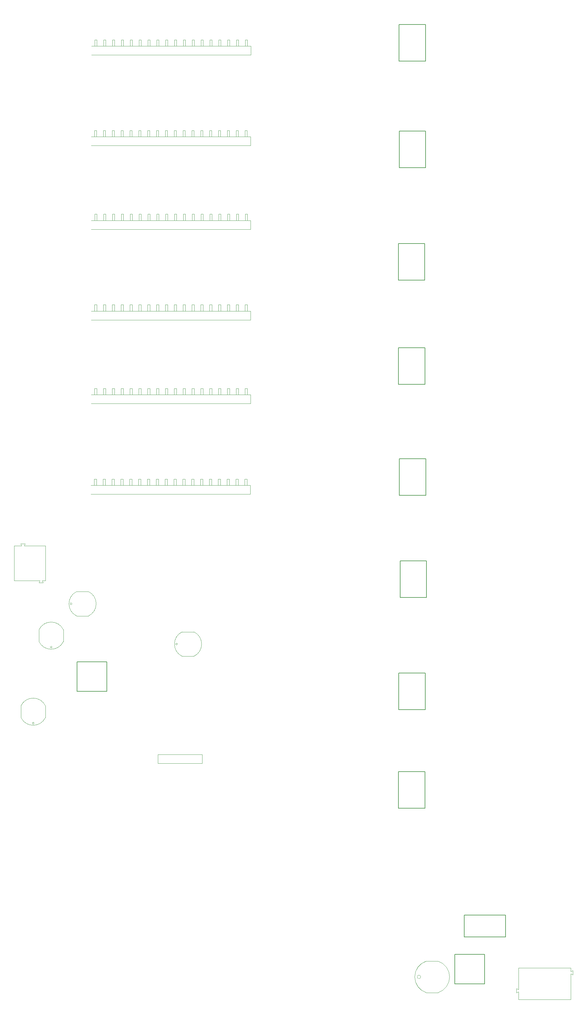
<source format=gbr>
%TF.GenerationSoftware,Altium Limited,Altium Designer,24.10.1 (45)*%
G04 Layer_Color=32768*
%FSLAX43Y43*%
%MOMM*%
%TF.SameCoordinates,766D9AF5-BA92-4156-BEB6-FD46E2A8267A*%
%TF.FilePolarity,Positive*%
%TF.FileFunction,Other,Top_3D_Body*%
%TF.Part,Single*%
G01*
G75*
%TA.AperFunction,NonConductor*%
%ADD81C,0.200*%
%ADD100C,0.100*%
D81*
X134608Y24072D02*
X146458D01*
Y17822D02*
Y24072D01*
X134608Y17822D02*
X146458D01*
X134608D02*
Y24072D01*
X115753Y186764D02*
X123353D01*
Y176264D02*
Y186764D01*
X115753Y176264D02*
X123353D01*
X115753D02*
Y186764D01*
X115700Y216644D02*
X123300D01*
Y206144D02*
Y216644D01*
X115700Y206144D02*
X123300D01*
X115700D02*
Y216644D01*
X115890Y279483D02*
X123490D01*
Y268983D02*
Y279483D01*
X115890Y268983D02*
X123490D01*
X115890D02*
Y279483D01*
X115962Y248918D02*
X123562D01*
Y238418D02*
Y248918D01*
X115962Y238418D02*
X123562D01*
X115962D02*
Y248918D01*
X115774Y54695D02*
Y65195D01*
Y54695D02*
X123374D01*
Y65195D01*
X115774D02*
X123374D01*
X115844Y93465D02*
X123444D01*
Y82965D02*
Y93465D01*
X115844Y82965D02*
X123444D01*
X115844D02*
Y93465D01*
X116014Y154959D02*
X123614D01*
Y144459D02*
Y154959D01*
X116014Y144459D02*
X123614D01*
X116014D02*
Y154959D01*
X116216Y125654D02*
X123816D01*
Y115154D02*
Y125654D01*
X116216Y115154D02*
X123816D01*
X116216D02*
Y125654D01*
X140425Y4325D02*
Y12825D01*
X131925Y4325D02*
X140425D01*
X131925D02*
Y12825D01*
X140425D01*
X23560Y96709D02*
X32060D01*
Y88209D02*
Y96709D01*
X23560Y88209D02*
X32060D01*
X23560D02*
Y96709D01*
D100*
X23425Y116850D02*
G03*
X23425Y109850I1684J-3500D01*
G01*
X26825D02*
G03*
X26825Y116850I-1684J3500D01*
G01*
X22075Y113350D02*
G03*
X22075Y113350I-250J0D01*
G01*
X16370Y100909D02*
G03*
X16370Y100909I-250J0D01*
G01*
X19620Y105909D02*
G03*
X12620Y105909I-3500J-1684D01*
G01*
Y102509D02*
G03*
X19620Y102509I3500J1684D01*
G01*
X122125Y6325D02*
G03*
X122125Y6325I-500J0D01*
G01*
X123675Y10825D02*
G03*
X123675Y1825I1490J-4500D01*
G01*
X127175D02*
G03*
X127175Y10825I-1490J4500D01*
G01*
X52330Y101789D02*
G03*
X52330Y101789I-250J0D01*
G01*
X57080Y98289D02*
G03*
X57080Y105289I-1684J3500D01*
G01*
X53680D02*
G03*
X53680Y98289I1684J-3500D01*
G01*
X11210Y79099D02*
G03*
X11210Y79099I-250J0D01*
G01*
X14460Y84099D02*
G03*
X7460Y84099I-3500J-1684D01*
G01*
Y80699D02*
G03*
X14460Y80699I3500J1684D01*
G01*
X23425Y109850D02*
X26825D01*
X23425Y116850D02*
X26825D01*
X12620Y102509D02*
Y105909D01*
X19620Y102509D02*
Y105909D01*
X123675Y10825D02*
X127175D01*
X123675Y1825D02*
X127175D01*
X46772Y67537D02*
X59472D01*
X46772Y70077D02*
X59472D01*
Y67537D02*
Y70077D01*
X46772Y67537D02*
Y70077D01*
X165202Y7212D02*
X165803Y6962D01*
Y8162D01*
X165202Y7912D02*
X165803Y8162D01*
X165202Y7912D02*
Y8862D01*
Y-138D02*
Y7212D01*
X150202Y8862D02*
X165202D01*
X150202Y-138D02*
X165202D01*
X150202D02*
Y2012D01*
Y2712D02*
Y8862D01*
X149602Y1762D02*
Y2962D01*
Y1762D02*
X150202Y2012D01*
X149602Y2962D02*
X150202Y2712D01*
X54620Y223315D02*
Y225135D01*
X46360Y223315D02*
Y225135D01*
X47000Y223315D02*
Y225135D01*
X49540Y223315D02*
Y225135D01*
X48900Y223315D02*
Y225135D01*
X53980Y223315D02*
Y225135D01*
X52080Y223315D02*
Y225135D01*
X57160Y223315D02*
Y225135D01*
X59060Y223315D02*
Y225135D01*
X56520Y223315D02*
Y225135D01*
X51440Y223315D02*
Y225135D01*
X59700Y223315D02*
Y225135D01*
X61600Y223315D02*
Y225135D01*
X62240Y223315D02*
Y225135D01*
X64140Y223315D02*
Y225135D01*
X64780Y223315D02*
Y225135D01*
X38740Y223315D02*
Y225135D01*
X44460Y223315D02*
Y225135D01*
X41280Y223315D02*
Y225135D01*
X41920Y223315D02*
Y225135D01*
X38740D02*
X39380D01*
X43820Y223315D02*
Y225135D01*
X39380Y223315D02*
Y225135D01*
X73350Y220775D02*
Y223315D01*
X66680Y225135D02*
X67320D01*
Y223315D02*
Y225135D01*
X69220Y223315D02*
Y225135D01*
X69860D01*
Y223315D02*
Y225135D01*
X71760Y223315D02*
Y225135D01*
X72400D01*
Y223315D02*
Y225135D01*
X36200Y223315D02*
Y225135D01*
X36840Y223315D02*
Y225135D01*
X36200D02*
X36840D01*
X27630Y223315D02*
X73350D01*
X27630Y220775D02*
X73350D01*
X66680Y223315D02*
Y225135D01*
X43820D02*
X44460D01*
X46360D02*
X47000D01*
X41280D02*
X41920D01*
X48900D02*
X49540D01*
X53980D02*
X54620D01*
X51440D02*
X52080D01*
X34300Y223315D02*
Y225135D01*
X31120Y223315D02*
Y225135D01*
X31760D01*
X33660D02*
X34300D01*
X31760Y223315D02*
Y225135D01*
X28580Y223315D02*
Y225135D01*
X29220Y223315D02*
Y225135D01*
X33660Y223315D02*
Y225135D01*
X28580D02*
X29220D01*
X59060D02*
X59700D01*
X61600D02*
X62240D01*
X56520D02*
X57160D01*
X64140D02*
X64780D01*
X54580Y173315D02*
Y175135D01*
X46320Y173315D02*
Y175135D01*
X46960Y173315D02*
Y175135D01*
X49500Y173315D02*
Y175135D01*
X48860Y173315D02*
Y175135D01*
X53940Y173315D02*
Y175135D01*
X52040Y173315D02*
Y175135D01*
X57120Y173315D02*
Y175135D01*
X59020Y173315D02*
Y175135D01*
X56480Y173315D02*
Y175135D01*
X51400Y173315D02*
Y175135D01*
X59660Y173315D02*
Y175135D01*
X61560Y173315D02*
Y175135D01*
X62200Y173315D02*
Y175135D01*
X64100Y173315D02*
Y175135D01*
X64740Y173315D02*
Y175135D01*
X38700Y173315D02*
Y175135D01*
X44420Y173315D02*
Y175135D01*
X41240Y173315D02*
Y175135D01*
X41880Y173315D02*
Y175135D01*
X38700D02*
X39340D01*
X43780Y173315D02*
Y175135D01*
X39340Y173315D02*
Y175135D01*
X73310Y170775D02*
Y173315D01*
X66640Y175135D02*
X67280D01*
Y173315D02*
Y175135D01*
X69180Y173315D02*
Y175135D01*
X69820D01*
Y173315D02*
Y175135D01*
X71720Y173315D02*
Y175135D01*
X72360D01*
Y173315D02*
Y175135D01*
X36160Y173315D02*
Y175135D01*
X36800Y173315D02*
Y175135D01*
X36160D02*
X36800D01*
X27590Y173315D02*
X73310D01*
X27590Y170775D02*
X73310D01*
X66640Y173315D02*
Y175135D01*
X43780D02*
X44420D01*
X46320D02*
X46960D01*
X41240D02*
X41880D01*
X48860D02*
X49500D01*
X53940D02*
X54580D01*
X51400D02*
X52040D01*
X34260Y173315D02*
Y175135D01*
X31080Y173315D02*
Y175135D01*
X31720D01*
X33620D02*
X34260D01*
X31720Y173315D02*
Y175135D01*
X28540Y173315D02*
Y175135D01*
X29180Y173315D02*
Y175135D01*
X33620Y173315D02*
Y175135D01*
X28540D02*
X29180D01*
X59020D02*
X59660D01*
X61560D02*
X62200D01*
X56480D02*
X57120D01*
X64100D02*
X64740D01*
X54590Y197315D02*
Y199135D01*
X46330Y197315D02*
Y199135D01*
X46970Y197315D02*
Y199135D01*
X49510Y197315D02*
Y199135D01*
X48870Y197315D02*
Y199135D01*
X53950Y197315D02*
Y199135D01*
X52050Y197315D02*
Y199135D01*
X57130Y197315D02*
Y199135D01*
X59030Y197315D02*
Y199135D01*
X56490Y197315D02*
Y199135D01*
X51410Y197315D02*
Y199135D01*
X59670Y197315D02*
Y199135D01*
X61570Y197315D02*
Y199135D01*
X62210Y197315D02*
Y199135D01*
X64110Y197315D02*
Y199135D01*
X64750Y197315D02*
Y199135D01*
X38710Y197315D02*
Y199135D01*
X44430Y197315D02*
Y199135D01*
X41250Y197315D02*
Y199135D01*
X41890Y197315D02*
Y199135D01*
X38710D02*
X39350D01*
X43790Y197315D02*
Y199135D01*
X39350Y197315D02*
Y199135D01*
X73320Y194775D02*
Y197315D01*
X66650Y199135D02*
X67290D01*
Y197315D02*
Y199135D01*
X69190Y197315D02*
Y199135D01*
X69830D01*
Y197315D02*
Y199135D01*
X71730Y197315D02*
Y199135D01*
X72370D01*
Y197315D02*
Y199135D01*
X36170Y197315D02*
Y199135D01*
X36810Y197315D02*
Y199135D01*
X36170D02*
X36810D01*
X27600Y197315D02*
X73320D01*
X27600Y194775D02*
X73320D01*
X66650Y197315D02*
Y199135D01*
X43790D02*
X44430D01*
X46330D02*
X46970D01*
X41250D02*
X41890D01*
X48870D02*
X49510D01*
X53950D02*
X54590D01*
X51410D02*
X52050D01*
X34270Y197315D02*
Y199135D01*
X31090Y197315D02*
Y199135D01*
X31730D01*
X33630D02*
X34270D01*
X31730Y197315D02*
Y199135D01*
X28550Y197315D02*
Y199135D01*
X29190Y197315D02*
Y199135D01*
X33630Y197315D02*
Y199135D01*
X28550D02*
X29190D01*
X59030D02*
X59670D01*
X61570D02*
X62210D01*
X56490D02*
X57130D01*
X64110D02*
X64750D01*
X54530Y147315D02*
Y149135D01*
X46270Y147315D02*
Y149135D01*
X46910Y147315D02*
Y149135D01*
X49450Y147315D02*
Y149135D01*
X48810Y147315D02*
Y149135D01*
X53890Y147315D02*
Y149135D01*
X51990Y147315D02*
Y149135D01*
X57070Y147315D02*
Y149135D01*
X58970Y147315D02*
Y149135D01*
X56430Y147315D02*
Y149135D01*
X51350Y147315D02*
Y149135D01*
X59610Y147315D02*
Y149135D01*
X61510Y147315D02*
Y149135D01*
X62150Y147315D02*
Y149135D01*
X64050Y147315D02*
Y149135D01*
X64690Y147315D02*
Y149135D01*
X38650Y147315D02*
Y149135D01*
X44370Y147315D02*
Y149135D01*
X41190Y147315D02*
Y149135D01*
X41830Y147315D02*
Y149135D01*
X38650D02*
X39290D01*
X43730Y147315D02*
Y149135D01*
X39290Y147315D02*
Y149135D01*
X73260Y144775D02*
Y147315D01*
X66590Y149135D02*
X67230D01*
Y147315D02*
Y149135D01*
X69130Y147315D02*
Y149135D01*
X69770D01*
Y147315D02*
Y149135D01*
X71670Y147315D02*
Y149135D01*
X72310D01*
Y147315D02*
Y149135D01*
X36110Y147315D02*
Y149135D01*
X36750Y147315D02*
Y149135D01*
X36110D02*
X36750D01*
X27540Y147315D02*
X73260D01*
X27540Y144775D02*
X73260D01*
X66590Y147315D02*
Y149135D01*
X43730D02*
X44370D01*
X46270D02*
X46910D01*
X41190D02*
X41830D01*
X48810D02*
X49450D01*
X53890D02*
X54530D01*
X51350D02*
X51990D01*
X34210Y147315D02*
Y149135D01*
X31030Y147315D02*
Y149135D01*
X31670D01*
X33570D02*
X34210D01*
X31670Y147315D02*
Y149135D01*
X28490Y147315D02*
Y149135D01*
X29130Y147315D02*
Y149135D01*
X33570Y147315D02*
Y149135D01*
X28490D02*
X29130D01*
X58970D02*
X59610D01*
X61510D02*
X62150D01*
X56430D02*
X57070D01*
X64050D02*
X64690D01*
X53680Y105289D02*
X57080D01*
X53680Y98289D02*
X57080D01*
X7460Y80699D02*
Y84099D01*
X14460Y80699D02*
Y84099D01*
X5500Y120000D02*
X12850D01*
X13550D02*
X14500D01*
Y130000D01*
X5500Y120000D02*
Y130000D01*
X7650D01*
X8350D02*
X14500D01*
X7400Y130600D02*
X8600D01*
X7400D02*
X7650Y130000D01*
X8350D02*
X8600Y130600D01*
X13550Y120000D02*
X13800Y119400D01*
X12600D02*
X13800D01*
X12600D02*
X12850Y120000D01*
X64070Y249135D02*
X64710D01*
X56450D02*
X57090D01*
X61530D02*
X62170D01*
X58990D02*
X59630D01*
X28510D02*
X29150D01*
X33590Y247315D02*
Y249135D01*
X29150Y247315D02*
Y249135D01*
X28510Y247315D02*
Y249135D01*
X31690Y247315D02*
Y249135D01*
X33590D02*
X34230D01*
X31050D02*
X31690D01*
X31050Y247315D02*
Y249135D01*
X34230Y247315D02*
Y249135D01*
X51370D02*
X52010D01*
X53910D02*
X54550D01*
X48830D02*
X49470D01*
X41210D02*
X41850D01*
X46290D02*
X46930D01*
X43750D02*
X44390D01*
X66610Y247315D02*
Y249135D01*
X27560Y244775D02*
X73280D01*
X27560Y247315D02*
X73280D01*
X36130Y249135D02*
X36770D01*
Y247315D02*
Y249135D01*
X36130Y247315D02*
Y249135D01*
X72330Y247315D02*
Y249135D01*
X71690D02*
X72330D01*
X71690Y247315D02*
Y249135D01*
X69790Y247315D02*
Y249135D01*
X69150D02*
X69790D01*
X69150Y247315D02*
Y249135D01*
X67250Y247315D02*
Y249135D01*
X66610D02*
X67250D01*
X73280Y244775D02*
Y247315D01*
X39310D02*
Y249135D01*
X43750Y247315D02*
Y249135D01*
X38670D02*
X39310D01*
X41850Y247315D02*
Y249135D01*
X41210Y247315D02*
Y249135D01*
X44390Y247315D02*
Y249135D01*
X38670Y247315D02*
Y249135D01*
X64710Y247315D02*
Y249135D01*
X64070Y247315D02*
Y249135D01*
X62170Y247315D02*
Y249135D01*
X61530Y247315D02*
Y249135D01*
X59630Y247315D02*
Y249135D01*
X51370Y247315D02*
Y249135D01*
X56450Y247315D02*
Y249135D01*
X58990Y247315D02*
Y249135D01*
X57090Y247315D02*
Y249135D01*
X52010Y247315D02*
Y249135D01*
X53910Y247315D02*
Y249135D01*
X48830Y247315D02*
Y249135D01*
X49470Y247315D02*
Y249135D01*
X46930Y247315D02*
Y249135D01*
X46290Y247315D02*
Y249135D01*
X54550Y247315D02*
Y249135D01*
X64160Y275135D02*
X64800D01*
X56540D02*
X57180D01*
X61620D02*
X62260D01*
X59080D02*
X59720D01*
X28600D02*
X29240D01*
X33680Y273315D02*
Y275135D01*
X29240Y273315D02*
Y275135D01*
X28600Y273315D02*
Y275135D01*
X31780Y273315D02*
Y275135D01*
X33680D02*
X34320D01*
X31140D02*
X31780D01*
X31140Y273315D02*
Y275135D01*
X34320Y273315D02*
Y275135D01*
X51460D02*
X52100D01*
X54000D02*
X54640D01*
X48920D02*
X49560D01*
X41300D02*
X41940D01*
X46380D02*
X47020D01*
X43840D02*
X44480D01*
X66700Y273315D02*
Y275135D01*
X27650Y270775D02*
X73370D01*
X27650Y273315D02*
X73370D01*
X36220Y275135D02*
X36860D01*
Y273315D02*
Y275135D01*
X36220Y273315D02*
Y275135D01*
X72420Y273315D02*
Y275135D01*
X71780D02*
X72420D01*
X71780Y273315D02*
Y275135D01*
X69880Y273315D02*
Y275135D01*
X69240D02*
X69880D01*
X69240Y273315D02*
Y275135D01*
X67340Y273315D02*
Y275135D01*
X66700D02*
X67340D01*
X73370Y270775D02*
Y273315D01*
X39400D02*
Y275135D01*
X43840Y273315D02*
Y275135D01*
X38760D02*
X39400D01*
X41940Y273315D02*
Y275135D01*
X41300Y273315D02*
Y275135D01*
X44480Y273315D02*
Y275135D01*
X38760Y273315D02*
Y275135D01*
X64800Y273315D02*
Y275135D01*
X64160Y273315D02*
Y275135D01*
X62260Y273315D02*
Y275135D01*
X61620Y273315D02*
Y275135D01*
X59720Y273315D02*
Y275135D01*
X51460Y273315D02*
Y275135D01*
X56540Y273315D02*
Y275135D01*
X59080Y273315D02*
Y275135D01*
X57180Y273315D02*
Y275135D01*
X52100Y273315D02*
Y275135D01*
X54000Y273315D02*
Y275135D01*
X48920Y273315D02*
Y275135D01*
X49560Y273315D02*
Y275135D01*
X47020Y273315D02*
Y275135D01*
X46380Y273315D02*
Y275135D01*
X54640Y273315D02*
Y275135D01*
%TF.MD5,dfbdb339bf85b08e8f8c31ae8ed9e4a1*%
M02*

</source>
